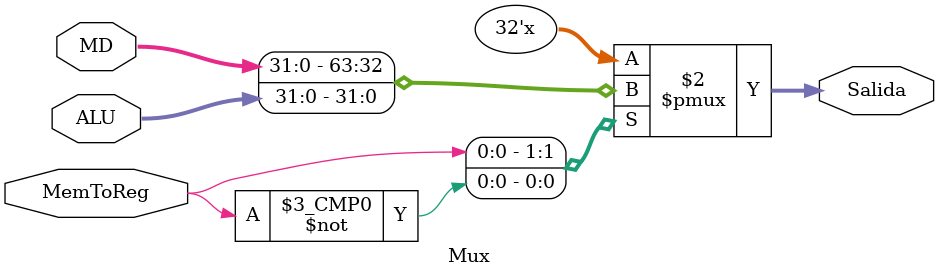
<source format=v>
`timescale 1ns/1ns

module Mux(
	input MemToReg,
	input [31:0]MD, //Read data DatoS
	input [31:0]ALU, //ALU Salida

	output reg [31:0]Salida 
);

always @*
begin
	case(MemToReg)
	1'b1:
		begin
		Salida = MD;
		end
	1'b0:
		begin
		Salida = ALU;
		end
	endcase
end

endmodule
</source>
